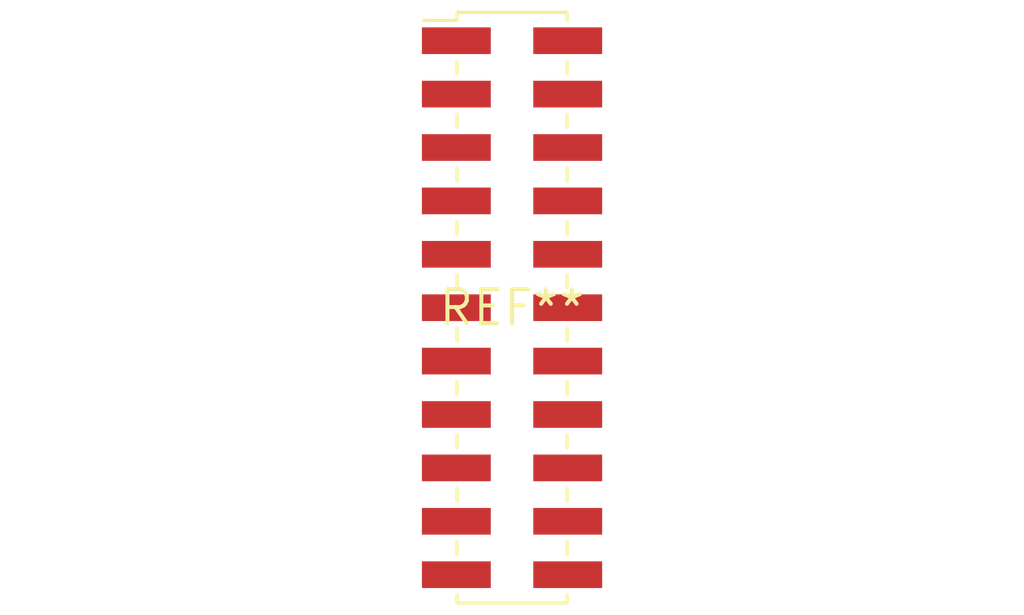
<source format=kicad_pcb>
(kicad_pcb (version 20240108) (generator pcbnew)
  (layers (0 "F.Cu" signal) (31 "B.Cu" signal) (34 "B.Paste" user) (35 "F.Paste" user) (36 "B.SilkS" user "B.Silkscreen") (37 "F.SilkS" user "F.Silkscreen") (38 "B.Mask" user) (39 "F.Mask" user) (44 "Edge.Cuts" user))
  (net 0 "")
  (footprint "PinHeader_2x11_P2.00mm_Vertical_SMD" (layer "F.Cu") (at 0 0)
    (property "Reference" "REF**")
    (property "Value" "PinHeader_2x11_P2.00mm_Vertical_SMD")
    (fp_line (start -3.315 -10.76) (end -2.06 -10.76) (layer "F.SilkS") (stroke (width 0.12)))
    (fp_line (start -2.06 -11.06) (end -2.06 -10.76) (layer "F.SilkS") (stroke (width 0.12)))
    (fp_line (start -2.06 -11.06) (end 2.06 -11.06) (layer "F.SilkS") (stroke (width 0.12)))
    (fp_line (start -2.06 -9.24) (end -2.06 -8.76) (layer "F.SilkS") (stroke (width 0.12)))
    (fp_line (start -2.06 -7.24) (end -2.06 -6.76) (layer "F.SilkS") (stroke (width 0.12)))
    (fp_line (start -2.06 -5.24) (end -2.06 -4.76) (layer "F.SilkS") (stroke (width 0.12)))
    (fp_line (start -2.06 -3.24) (end -2.06 -2.76) (layer "F.SilkS") (stroke (width 0.12)))
    (fp_line (start -2.06 -1.24) (end -2.06 -0.76) (layer "F.SilkS") (stroke (width 0.12)))
    (fp_line (start -2.06 0.76) (end -2.06 1.24) (layer "F.SilkS") (stroke (width 0.12)))
    (fp_line (start -2.06 2.76) (end -2.06 3.24) (layer "F.SilkS") (stroke (width 0.12)))
    (fp_line (start -2.06 4.76) (end -2.06 5.24) (layer "F.SilkS") (stroke (width 0.12)))
    (fp_line (start -2.06 6.76) (end -2.06 7.24) (layer "F.SilkS") (stroke (width 0.12)))
    (fp_line (start -2.06 8.76) (end -2.06 9.24) (layer "F.SilkS") (stroke (width 0.12)))
    (fp_line (start -2.06 10.76) (end -2.06 11.06) (layer "F.SilkS") (stroke (width 0.12)))
    (fp_line (start -2.06 11.06) (end 2.06 11.06) (layer "F.SilkS") (stroke (width 0.12)))
    (fp_line (start 2.06 -11.06) (end 2.06 -10.76) (layer "F.SilkS") (stroke (width 0.12)))
    (fp_line (start 2.06 -9.24) (end 2.06 -8.76) (layer "F.SilkS") (stroke (width 0.12)))
    (fp_line (start 2.06 -7.24) (end 2.06 -6.76) (layer "F.SilkS") (stroke (width 0.12)))
    (fp_line (start 2.06 -5.24) (end 2.06 -4.76) (layer "F.SilkS") (stroke (width 0.12)))
    (fp_line (start 2.06 -3.24) (end 2.06 -2.76) (layer "F.SilkS") (stroke (width 0.12)))
    (fp_line (start 2.06 -1.24) (end 2.06 -0.76) (layer "F.SilkS") (stroke (width 0.12)))
    (fp_line (start 2.06 0.76) (end 2.06 1.24) (layer "F.SilkS") (stroke (width 0.12)))
    (fp_line (start 2.06 2.76) (end 2.06 3.24) (layer "F.SilkS") (stroke (width 0.12)))
    (fp_line (start 2.06 4.76) (end 2.06 5.24) (layer "F.SilkS") (stroke (width 0.12)))
    (fp_line (start 2.06 6.76) (end 2.06 7.24) (layer "F.SilkS") (stroke (width 0.12)))
    (fp_line (start 2.06 8.76) (end 2.06 9.24) (layer "F.SilkS") (stroke (width 0.12)))
    (fp_line (start 2.06 10.76) (end 2.06 11.06) (layer "F.SilkS") (stroke (width 0.12)))
    (pad "1" smd rect (at -2.085 -10) (size 2.58 1) (layers "F.Cu" "F.Paste" "F.Mask"))
    (pad "2" smd rect (at 2.085 -10) (size 2.58 1) (layers "F.Cu" "F.Paste" "F.Mask"))
    (pad "3" smd rect (at -2.085 -8) (size 2.58 1) (layers "F.Cu" "F.Paste" "F.Mask"))
    (pad "4" smd rect (at 2.085 -8) (size 2.58 1) (layers "F.Cu" "F.Paste" "F.Mask"))
    (pad "5" smd rect (at -2.085 -6) (size 2.58 1) (layers "F.Cu" "F.Paste" "F.Mask"))
    (pad "6" smd rect (at 2.085 -6) (size 2.58 1) (layers "F.Cu" "F.Paste" "F.Mask"))
    (pad "7" smd rect (at -2.085 -4) (size 2.58 1) (layers "F.Cu" "F.Paste" "F.Mask"))
    (pad "8" smd rect (at 2.085 -4) (size 2.58 1) (layers "F.Cu" "F.Paste" "F.Mask"))
    (pad "9" smd rect (at -2.085 -2) (size 2.58 1) (layers "F.Cu" "F.Paste" "F.Mask"))
    (pad "10" smd rect (at 2.085 -2) (size 2.58 1) (layers "F.Cu" "F.Paste" "F.Mask"))
    (pad "11" smd rect (at -2.085 0) (size 2.58 1) (layers "F.Cu" "F.Paste" "F.Mask"))
    (pad "12" smd rect (at 2.085 0) (size 2.58 1) (layers "F.Cu" "F.Paste" "F.Mask"))
    (pad "13" smd rect (at -2.085 2) (size 2.58 1) (layers "F.Cu" "F.Paste" "F.Mask"))
    (pad "14" smd rect (at 2.085 2) (size 2.58 1) (layers "F.Cu" "F.Paste" "F.Mask"))
    (pad "15" smd rect (at -2.085 4) (size 2.58 1) (layers "F.Cu" "F.Paste" "F.Mask"))
    (pad "16" smd rect (at 2.085 4) (size 2.58 1) (layers "F.Cu" "F.Paste" "F.Mask"))
    (pad "17" smd rect (at -2.085 6) (size 2.58 1) (layers "F.Cu" "F.Paste" "F.Mask"))
    (pad "18" smd rect (at 2.085 6) (size 2.58 1) (layers "F.Cu" "F.Paste" "F.Mask"))
    (pad "19" smd rect (at -2.085 8) (size 2.58 1) (layers "F.Cu" "F.Paste" "F.Mask"))
    (pad "20" smd rect (at 2.085 8) (size 2.58 1) (layers "F.Cu" "F.Paste" "F.Mask"))
    (pad "21" smd rect (at -2.085 10) (size 2.58 1) (layers "F.Cu" "F.Paste" "F.Mask"))
    (pad "22" smd rect (at 2.085 10) (size 2.58 1) (layers "F.Cu" "F.Paste" "F.Mask"))
  )
)
</source>
